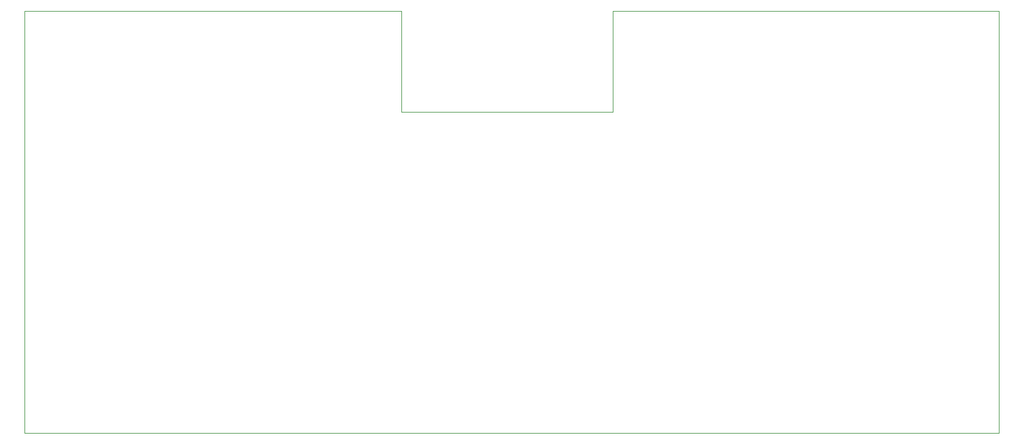
<source format=gm1>
%TF.GenerationSoftware,KiCad,Pcbnew,(6.0.0)*%
%TF.CreationDate,2022-03-13T17:59:30-04:00*%
%TF.ProjectId,team tap,7465616d-2074-4617-902e-6b696361645f,rev?*%
%TF.SameCoordinates,Original*%
%TF.FileFunction,Profile,NP*%
%FSLAX46Y46*%
G04 Gerber Fmt 4.6, Leading zero omitted, Abs format (unit mm)*
G04 Created by KiCad (PCBNEW (6.0.0)) date 2022-03-13 17:59:30*
%MOMM*%
%LPD*%
G01*
G04 APERTURE LIST*
%TA.AperFunction,Profile*%
%ADD10C,0.100000*%
%TD*%
G04 APERTURE END LIST*
D10*
X152400000Y-132080000D02*
X152400000Y-127000000D01*
X99060000Y-123190000D02*
X99060000Y-125730000D01*
X152400000Y-123190000D02*
X152400000Y-125730000D01*
X69850000Y-137160000D02*
X69850000Y-125730000D01*
X99060000Y-125730000D02*
X99060000Y-137160000D01*
X17780000Y-123190000D02*
X17780000Y-181610000D01*
X21590000Y-123190000D02*
X17780000Y-123190000D01*
X99060000Y-123190000D02*
X152400000Y-123190000D01*
X25400000Y-123190000D02*
X21590000Y-123190000D01*
X152400000Y-181610000D02*
X152400000Y-132080000D01*
X17780000Y-181610000D02*
X152400000Y-181610000D01*
X152400000Y-127000000D02*
X152400000Y-125730000D01*
X99060000Y-137160000D02*
X69850000Y-137160000D01*
X69850000Y-125730000D02*
X69850000Y-123190000D01*
X69850000Y-123190000D02*
X25400000Y-123190000D01*
M02*

</source>
